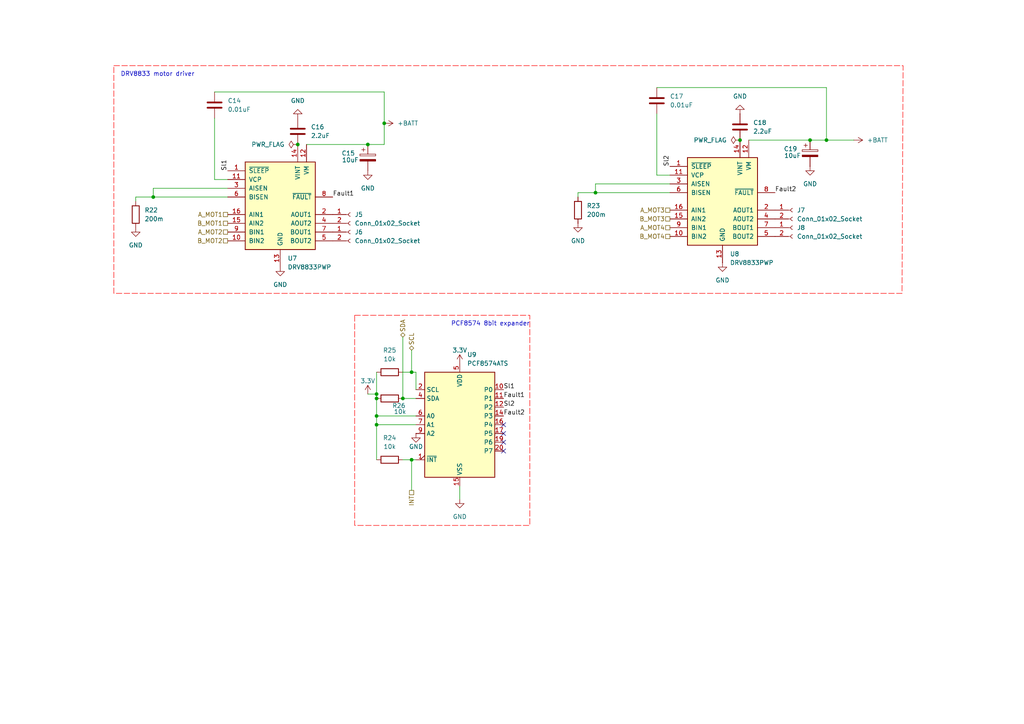
<source format=kicad_sch>
(kicad_sch (version 20250114) (generator "eeschema") (generator_version "9.0")
  (paper "A4")
  (title_block (title "Motor driver") (date "2025-06-16") (rev "1"))
  (lib_symbols
    (symbol "Connector:Conn_01x02_Socket" (pin_names (offset 1.016) (hide yes))
      (property "Reference" "J" (at 0 2.54 0))
      (property "Value" "Conn_01x02_Socket" (at 0 -5.08 0))
      (symbol "Conn_01x02_Socket_1_1"
        (polyline (pts (xy -1.27 0) (xy -0.508 0)) (stroke (width 0.1524)))
        (polyline (pts (xy -1.27 -2.54) (xy -0.508 -2.54)) (stroke (width 0.1524)))
        (arc (start 0 -0.508) (mid -0.5058 0) (end 0 0.508) (stroke (width 0.1524)))
        (arc (start 0 -3.048) (mid -0.5058 -2.54) (end 0 -2.032) (stroke (width 0.1524)))
        (pin passive line (at -5.08 0 0) (length 3.81) (name "Pin_1") (number "1"))
        (pin passive line (at -5.08 -2.54 0) (length 3.81) (name "Pin_2") (number "2"))
      )
    )
    (symbol "Device:C" (pin_numbers (hide yes)) (pin_names (offset 0.254))
      (property "Reference" "C" (at 0.635 2.54 0))
      (property "Value" "C" (at 0.635 -2.54 0))
      (symbol "C_0_1"
        (polyline (pts (xy -2.032 0.762) (xy 2.032 0.762)) (stroke (width 0.508)))
        (polyline (pts (xy -2.032 -0.762) (xy 2.032 -0.762)) (stroke (width 0.508)))
      )
      (symbol "C_1_1"
        (pin passive line (at 0 3.81 270) (length 2.794) (name "~") (number "1"))
        (pin passive line (at 0 -3.81 90) (length 2.794) (name "~") (number "2"))
      )
    )
    (symbol "Device:C_Polarized" (pin_numbers (hide yes)) (pin_names (offset 0.254))
      (property "Reference" "C" (at 0.635 2.54 0))
      (property "Value" "C_Polarized" (at 0.635 -2.54 0))
      (symbol "C_Polarized_0_1"
        (rectangle (start -2.286 0.508) (end 2.286 1.016))
        (polyline (pts (xy -1.778 2.286) (xy -0.762 2.286)))
        (polyline (pts (xy -1.27 2.794) (xy -1.27 1.778)))
        (rectangle (start 2.286 -0.508) (end -2.286 -1.016) (fill (type outline)))
      )
      (symbol "C_Polarized_1_1"
        (pin passive line (at 0 3.81 270) (length 2.794) (name "~") (number "1"))
        (pin passive line (at 0 -3.81 90) (length 2.794) (name "~") (number "2"))
      )
    )
    (symbol "Device:R" (pin_numbers (hide yes)) (pin_names (offset 0))
      (property "Reference" "R" (at 2.032 0 90))
      (property "Value" "R" (at 0 0 90))
      (symbol "R_0_1"
        (rectangle (start -1.016 -2.54) (end 1.016 2.54) (stroke (width 0.254)))
      )
      (symbol "R_1_1"
        (pin passive line (at 0 3.81 270) (length 1.27) (name "~") (number "1"))
        (pin passive line (at 0 -3.81 90) (length 1.27) (name "~") (number "2"))
      )
    )
    (symbol "Driver_Motor:DRV8833PWP" (pin_names (offset 1.016))
      (property "Reference" "U" (at -3.81 16.51 0))
      (property "Value" "DRV8833PWP" (at -3.81 13.97 0))
      (symbol "DRV8833PWP_0_1"
        (rectangle (start -10.16 12.7) (end 10.16 -12.7) (stroke (width 0.254)) (fill (type background)))
      )
      (symbol "DRV8833PWP_1_1"
        (pin input line (at -15.24 10.16 0) (length 5.08) (name "~{SLEEP}") (number "1"))
        (pin bidirectional line (at -15.24 7.62 0) (length 5.08) (name "VCP") (number "11"))
        (pin bidirectional line (at -15.24 5.08 0) (length 5.08) (name "AISEN") (number "3"))
        (pin bidirectional line (at -15.24 2.54 0) (length 5.08) (name "BISEN") (number "6"))
        (pin input line (at -15.24 -2.54 0) (length 5.08) (name "AIN1") (number "16"))
        (pin input line (at -15.24 -5.08 0) (length 5.08) (name "AIN2") (number "15"))
        (pin input line (at -15.24 -7.62 0) (length 5.08) (name "BIN1") (number "9"))
        (pin input line (at -15.24 -10.16 0) (length 5.08) (name "BIN2") (number "10"))
        (pin power_in line (at 0 -17.78 90) (length 5.08) (name "GND") (number "13"))
        (pin passive line (at 0 -17.78 90) (length 5.08) (hide yes) (name "GND") (number "17"))
        (pin power_in line (at 5.08 17.78 270) (length 5.08) (name "VINT") (number "14"))
        (pin power_in line (at 7.62 17.78 270) (length 5.08) (name "VM") (number "12"))
        (pin open_collector line (at 15.24 2.54 180) (length 5.08) (name "~{FAULT}") (number "8"))
        (pin power_out line (at 15.24 -2.54 180) (length 5.08) (name "AOUT1") (number "2"))
        (pin power_out line (at 15.24 -5.08 180) (length 5.08) (name "AOUT2") (number "4"))
        (pin power_out line (at 15.24 -7.62 180) (length 5.08) (name "BOUT1") (number "7"))
        (pin power_out line (at 15.24 -10.16 180) (length 5.08) (name "BOUT2") (number "5"))
      )
    )
    (symbol "Interface_Expansion:PCF8574ATS"
      (property "Reference" "U" (at -8.89 16.51 0))
      (property "Value" "PCF8574ATS" (at 3.81 16.51 0))
      (symbol "PCF8574ATS_0_1"
        (rectangle (start -10.16 15.24) (end 10.16 -15.24) (stroke (width 0.254)) (fill (type background)))
      )
      (symbol "PCF8574ATS_1_1"
        (pin input line (at -12.7 10.16 0) (length 2.54) (name "SCL") (number "2"))
        (pin bidirectional line (at -12.7 7.62 0) (length 2.54) (name "SDA") (number "4"))
        (pin input line (at -12.7 2.54 0) (length 2.54) (name "A0") (number "6"))
        (pin input line (at -12.7 0 0) (length 2.54) (name "A1") (number "7"))
        (pin input line (at -12.7 -2.54 0) (length 2.54) (name "A2") (number "9"))
        (pin open_collector output_low (at -12.7 -10.16 0) (length 2.54) (name "~{INT}") (number "1"))
        (pin no_connect line (at -10.16 -5.08 0) (length 2.54) (hide yes) (name "NC") (number "13"))
        (pin no_connect line (at -10.16 -7.62 0) (length 2.54) (hide yes) (name "NC") (number "18"))
        (pin power_in line (at 0 17.78 270) (length 2.54) (name "VDD") (number "5"))
        (pin power_in line (at 0 -17.78 90) (length 2.54) (name "VSS") (number "15"))
        (pin no_connect line (at 10.16 -10.16 180) (length 2.54) (hide yes) (name "NC") (number "3"))
        (pin no_connect line (at 10.16 -12.7 180) (length 2.54) (hide yes) (name "NC") (number "8"))
        (pin bidirectional line (at 12.7 10.16 180) (length 2.54) (name "P0") (number "10"))
        (pin bidirectional line (at 12.7 7.62 180) (length 2.54) (name "P1") (number "11"))
        (pin bidirectional line (at 12.7 5.08 180) (length 2.54) (name "P2") (number "12"))
        (pin bidirectional line (at 12.7 2.54 180) (length 2.54) (name "P3") (number "14"))
        (pin bidirectional line (at 12.7 0 180) (length 2.54) (name "P4") (number "16"))
        (pin bidirectional line (at 12.7 -2.54 180) (length 2.54) (name "P5") (number "17"))
        (pin bidirectional line (at 12.7 -5.08 180) (length 2.54) (name "P6") (number "19"))
        (pin bidirectional line (at 12.7 -7.62 180) (length 2.54) (name "P7") (number "20"))
      )
    )
    (symbol "SparkFun-PowerSymbol:3.3V" (power) (pin_names (offset 0))
      (property "Value" "3.3V" (at 0 3.81 0))
      (symbol "3.3V_0_1"
        (polyline (pts (xy -0.762 1.27) (xy 0 2.54)))
        (polyline (pts (xy 0 2.54) (xy 0.762 1.27)))
        (polyline (pts (xy 0 0) (xy 0 2.54)))
      )
      (symbol "3.3V_1_1"
        (pin power_in line (at 0 0 90) (length 0) (hide yes) (name "3.3V") (number "1"))
      )
    )
    (symbol "power:+BATT" (power) (pin_numbers (hide yes)) (pin_names (offset 0) (hide yes))
      (property "Value" "+BATT" (at 0 3.556 0))
      (symbol "+BATT_0_1"
        (polyline (pts (xy -0.762 1.27) (xy 0 2.54)))
        (polyline (pts (xy 0 2.54) (xy 0.762 1.27)))
        (polyline (pts (xy 0 0) (xy 0 2.54)))
      )
      (symbol "+BATT_1_1"
        (pin power_in line (at 0 0 90) (length 0) (name "~") (number "1"))
      )
    )
    (symbol "power:GND" (power) (pin_numbers (hide yes)) (pin_names (offset 0) (hide yes))
      (property "Value" "GND" (at 0 -3.81 0))
      (symbol "GND_0_1"
        (polyline (pts (xy 0 0) (xy 0 -1.27) (xy 1.27 -1.27) (xy 0 -2.54) (xy -1.27 -1.27) (xy 0 -1.27)))
      )
      (symbol "GND_1_1"
        (pin power_in line (at 0 0 270) (length 0) (name "~") (number "1"))
      )
    )
    (symbol "power:PWR_FLAG" (power) (pin_numbers (hide yes)) (pin_names (offset 0) (hide yes))
      (property "Value" "PWR_FLAG" (at 0 3.81 0))
      (symbol "PWR_FLAG_0_0"
        (pin power_out line (at 0 0 90) (length 0) (name "~") (number "1"))
      )
      (symbol "PWR_FLAG_0_1"
        (polyline (pts (xy 0 0) (xy 0 1.27) (xy -1.016 1.905) (xy 0 2.54) (xy 1.016 1.905) (xy 0 1.27)))
      )
    )
  )
  (text "PCF8574 8bit expander" (at 142.24 93.98 0) (effects (font (size 1.27 1.27))))
  (text "DRV8833 motor driver\n" (at 45.72 21.59 0) (effects (font (size 1.27 1.27))))
  (junction (at 109.22 115.57))
  (junction (at 106.68 41.91))
  (junction (at 119.38 133.35))
  (junction (at 109.22 114.3))
  (junction (at 214.63 40.64))
  (junction (at 239.7125 40.64))
  (junction (at 109.22 123.19))
  (junction (at 172.72 55.88))
  (junction (at 119.38 107.95))
  (junction (at 234.95 40.64))
  (junction (at 109.22 120.65))
  (junction (at 116.84 115.57))
  (junction (at 44.45 57.15))
  (junction (at 86.36 41.91))
  (junction (at 111.4425 35.7576))
  (no_connect (at 146.05 128.27))
  (no_connect (at 146.05 123.19))
  (no_connect (at 146.05 130.81))
  (no_connect (at 146.05 125.73))
  (wire (pts (xy 109.22 123.19) (xy 109.22 133.35)))
  (wire (pts (xy 109.22 120.65) (xy 120.65 120.65)))
  (wire (pts (xy 194.31 53.34) (xy 172.72 53.34)))
  (wire (pts (xy 109.22 115.57) (xy 109.22 120.65)))
  (wire (pts (xy 190.5 33.02) (xy 190.5 50.8)))
  (wire (pts (xy 66.04 54.61) (xy 44.45 54.61)))
  (wire (pts (xy 119.38 133.35) (xy 120.65 133.35)))
  (wire (pts (xy 111.4425 26.67) (xy 62.23 26.67)))
  (wire (pts (xy 133.35 144.78) (xy 133.35 140.97)))
  (wire (pts (xy 109.22 123.19) (xy 120.65 123.19)))
  (wire (pts (xy 39.37 57.15) (xy 44.45 57.15)))
  (wire (pts (xy 239.7125 25.4) (xy 190.5 25.4)))
  (wire (pts (xy 111.4425 35.7576) (xy 111.4425 41.91)))
  (wire (pts (xy 66.04 52.07) (xy 62.23 52.07)))
  (wire (pts (xy 106.68 41.91) (xy 111.4425 41.91)))
  (wire (pts (xy 167.64 55.88) (xy 167.64 57.15)))
  (wire (pts (xy 88.9 41.91) (xy 106.68 41.91)))
  (wire (pts (xy 239.7125 25.4) (xy 239.7125 40.64)))
  (wire (pts (xy 39.37 57.15) (xy 39.37 58.42)))
  (wire (pts (xy 119.38 142.24) (xy 119.38 133.35)))
  (wire (pts (xy 116.84 133.35) (xy 119.38 133.35)))
  (wire (pts (xy 172.72 55.88) (xy 194.31 55.88)))
  (wire (pts (xy 119.38 107.95) (xy 116.84 107.95)))
  (wire (pts (xy 44.45 54.61) (xy 44.45 57.15)))
  (wire (pts (xy 217.17 40.64) (xy 234.95 40.64)))
  (wire (pts (xy 106.68 114.3) (xy 109.22 114.3)))
  (wire (pts (xy 116.84 115.57) (xy 120.65 115.57)))
  (wire (pts (xy 120.65 107.95) (xy 119.38 107.95)))
  (wire (pts (xy 116.84 97.79) (xy 116.84 115.57)))
  (wire (pts (xy 109.22 120.65) (xy 109.22 123.19)))
  (wire (pts (xy 109.22 114.3) (xy 109.22 115.57)))
  (wire (pts (xy 239.7125 40.64) (xy 234.95 40.64)))
  (wire (pts (xy 167.64 55.88) (xy 172.72 55.88)))
  (wire (pts (xy 247.65 40.64) (xy 239.7125 40.64)))
  (wire (pts (xy 194.31 50.8) (xy 190.5 50.8)))
  (wire (pts (xy 111.4425 26.67) (xy 111.4425 35.7576)))
  (wire (pts (xy 109.22 107.95) (xy 109.22 114.3)))
  (wire (pts (xy 172.72 53.34) (xy 172.72 55.88)))
  (wire (pts (xy 119.38 101.6) (xy 119.38 107.95)))
  (wire (pts (xy 120.65 107.95) (xy 120.65 113.03)))
  (wire (pts (xy 62.23 34.29) (xy 62.23 52.07)))
  (wire (pts (xy 44.45 57.15) (xy 66.04 57.15)))
  (label "Sl1" (at 146.05 113.03 0))
  (label "Fault1" (at 146.05 115.57 0))
  (label "Fault2" (at 224.79 55.88 0))
  (label "Sl2" (at 146.05 118.11 0))
  (label "Fault1" (at 96.52 57.15 0))
  (label "Fault2" (at 146.05 120.65 0))
  (label "Sl1" (at 66.04 49.53 90))
  (label "Sl2" (at 194.31 48.26 90))
  (hierarchical_label "INT" (shape passive) (at 119.38 142.24 270))
  (hierarchical_label "A_MOT1" (shape passive) (at 66.04 62.23 180))
  (hierarchical_label "SDA" (shape bidirectional) (at 116.84 97.79 90))
  (hierarchical_label "SCL" (shape bidirectional) (at 119.38 101.6 90))
  (hierarchical_label "A_MOT2" (shape passive) (at 66.04 67.31 180))
  (hierarchical_label "B_MOT2" (shape passive) (at 66.04 69.85 180))
  (hierarchical_label "A_MOT3" (shape passive) (at 194.31 60.96 180))
  (hierarchical_label "B_MOT1" (shape passive) (at 66.04 64.77 180))
  (hierarchical_label "A_MOT4" (shape passive) (at 194.31 66.04 180))
  (hierarchical_label "B_MOT4" (shape passive) (at 194.31 68.58 180))
  (hierarchical_label "B_MOT3" (shape passive) (at 194.31 63.5 180))
  (rule_area (polyline (pts (xy 33.02 19.05) (xy 260.35 19.05) (xy 261.9375 19.05) (xy 261.62 85.09) (xy 33.02 85.09)) (stroke (width 0) (type dash))))
  (rule_area (polyline (pts (xy 102.87 91.44) (xy 153.67 91.44) (xy 153.67 152.4) (xy 152.4 152.4) (xy 102.87 152.4)) (stroke (width 0) (type dash))))
  (symbol (lib_id "power:GND") (at 167.64 64.77 0) (unit 1)
    (property "Reference" "#PWR049" (effects (hide yes)))
    (property "Value" "GND" (at 167.64 69.85 0))
    (property "Description" "Power symbol creates a global label with name \"GND\" , ground" (effects (hide yes)))
  )
  (symbol (lib_id "Connector:Conn_01x02_Socket") (at 101.6 62.23 0) (unit 1)
    (property "Reference" "J5" (at 102.87 62.2299 0) (effects (justify left)))
    (property "Value" "Conn_01x02_Socket" (at 102.87 64.7699 0) (effects (justify left)))
    (property "Footprint" "Connector_PinHeader_2.00mm:PinHeader_1x02_P2.00mm_Vertical" (effects (hide yes)))
    (property "Description" "Generic connector, single row, 01x02, script generated" (effects (hide yes)))
  )
  (symbol (lib_id "power:GND") (at 106.68 49.53 0) (unit 1)
    (property "Reference" "#PWR047" (effects (hide yes)))
    (property "Value" "GND" (at 106.68 54.61 0))
    (property "Description" "Power symbol creates a global label with name \"GND\" , ground" (effects (hide yes)))
  )
  (symbol (lib_id "Driver_Motor:DRV8833PWP") (at 209.55 58.42 0) (unit 1)
    (property "Reference" "U8" (at 211.6933 73.66 0) (effects (justify left)))
    (property "Value" "DRV8833PWP" (at 211.6933 76.2 0) (effects (justify left)))
    (property "Footprint" "Package_SO:HTSSOP-16-1EP_4.4x5mm_P0.65mm_EP3.4x5mm_Mask2.46x2.31mm_ThermalVias" (effects (hide yes)))
    (property "Datasheet" "http://www.ti.com/lit/ds/symlink/drv8833.pdf" (effects (hide yes)))
    (property "Description" "Dual H-Bridge Motor Driver, HTSSOP-16" (effects (hide yes)))
  )
  (symbol (lib_id "Device:C_Polarized") (at 106.68 45.72 0) (unit 1)
    (property "Reference" "C15" (at 99.06 44.45 0) (effects (justify left)))
    (property "Value" "10uF" (at 99.1554 46.4065 0) (effects (justify left)))
    (property "Footprint" "Capacitor_SMD:C_0805_2012Metric" (effects (hide yes)))
    (property "Description" "Polarized capacitor" (effects (hide yes)))
  )
  (symbol (lib_id "Connector:Conn_01x02_Socket") (at 229.87 66.04 0) (unit 1)
    (property "Reference" "J8" (at 231.14 66.0399 0) (effects (justify left)))
    (property "Value" "Conn_01x02_Socket" (at 231.14 68.5799 0) (effects (justify left)))
    (property "Footprint" "Connector_PinHeader_2.00mm:PinHeader_1x02_P2.00mm_Vertical" (effects (hide yes)))
    (property "Description" "Generic connector, single row, 01x02, script generated" (effects (hide yes)))
  )
  (symbol (lib_id "Device:R") (at 167.64 60.96 0) (unit 1)
    (property "Reference" "R23" (at 170.18 59.6899 0) (effects (justify left)))
    (property "Value" "200m" (at 170.18 62.2299 0) (effects (justify left)))
    (property "Footprint" "Resistor_SMD:R_0805_2012Metric_Pad1.20x1.40mm_HandSolder" (effects (hide yes)))
    (property "Description" "Resistor" (effects (hide yes)))
  )
  (symbol (lib_id "power:GND") (at 120.65 125.73 0) (unit 1)
    (property "Reference" "#PWR055" (effects (hide yes)))
    (property "Value" "GND" (at 120.65 129.54 0))
    (property "Description" "Power symbol creates a global label with name \"GND\" , ground" (effects (hide yes)))
  )
  (symbol (lib_id "Device:C") (at 62.23 30.48 0) (unit 1)
    (property "Reference" "C14" (at 66.04 29.2099 0) (effects (justify left)))
    (property "Value" "0.01uF" (at 66.04 31.7499 0) (effects (justify left)))
    (property "Footprint" "Capacitor_SMD:C_0805_2012Metric" (effects (hide yes)))
    (property "Description" "Unpolarized capacitor" (effects (hide yes)))
  )
  (symbol (lib_id "power:+BATT") (at 247.65 40.64 270) (unit 1)
    (property "Reference" "#PWR038" (effects (hide yes)))
    (property "Value" "+BATT" (at 251.46 40.6399 90) (effects (justify left)))
    (property "Description" "Power symbol creates a global label with name \"+BATT\"" (effects (hide yes)))
  )
  (symbol (lib_id "power:GND") (at 234.95 48.26 0) (unit 1)
    (property "Reference" "#PWR051" (effects (hide yes)))
    (property "Value" "GND" (at 234.95 53.34 0))
    (property "Description" "Power symbol creates a global label with name \"GND\" , ground" (effects (hide yes)))
  )
  (symbol (lib_id "power:PWR_FLAG") (at 214.63 40.64 90) (unit 1)
    (property "Reference" "#FLG07" (effects (hide yes)))
    (property "Value" "PWR_FLAG" (at 210.82 40.6399 90) (effects (justify left)))
    (property "Description" "Special symbol for telling ERC where power comes from" (effects (hide yes)))
  )
  (symbol (lib_id "power:+BATT") (at 111.4425 35.7576 270) (unit 1)
    (property "Reference" "#PWR033" (effects (hide yes)))
    (property "Value" "+BATT" (at 115.2525 35.7575 90) (effects (justify left)))
    (property "Description" "Power symbol creates a global label with name \"+BATT\"" (effects (hide yes)))
  )
  (symbol (lib_id "Device:R") (at 39.37 62.23 0) (unit 1)
    (property "Reference" "R22" (at 41.91 60.9599 0) (effects (justify left)))
    (property "Value" "200m" (at 41.91 63.4999 0) (effects (justify left)))
    (property "Footprint" "Resistor_SMD:R_0805_2012Metric_Pad1.20x1.40mm_HandSolder" (effects (hide yes)))
    (property "Description" "Resistor" (effects (hide yes)))
  )
  (symbol (lib_id "Device:R") (at 113.03 133.35 90) (unit 1)
    (property "Reference" "R24" (at 113.03 127 90))
    (property "Value" "10k" (at 113.03 129.54 90))
    (property "Footprint" "Resistor_SMD:R_0805_2012Metric_Pad1.20x1.40mm_HandSolder" (effects (hide yes)))
    (property "Description" "Resistor" (effects (hide yes)))
  )
  (symbol (lib_id "power:GND") (at 81.28 77.47 0) (unit 1)
    (property "Reference" "#PWR052" (effects (hide yes)))
    (property "Value" "GND" (at 81.28 82.55 0))
    (property "Description" "Power symbol creates a global label with name \"GND\" , ground" (effects (hide yes)))
  )
  (symbol (lib_id "Device:R") (at 113.03 115.57 270) (unit 1)
    (property "Reference" "R26" (at 115.7075 117.6678 90))
    (property "Value" "10k" (at 116.0356 119.4017 90))
    (property "Footprint" "Resistor_SMD:R_0805_2012Metric_Pad1.20x1.40mm_HandSolder" (effects (hide yes)))
    (property "Description" "Resistor" (effects (hide yes)))
  )
  (symbol (lib_id "power:PWR_FLAG") (at 86.36 41.91 90) (unit 1)
    (property "Reference" "#FLG04" (effects (hide yes)))
    (property "Value" "PWR_FLAG" (at 82.55 41.9099 90) (effects (justify left)))
    (property "Description" "Special symbol for telling ERC where power comes from" (effects (hide yes)))
  )
  (symbol (lib_id "Device:C") (at 190.5 29.21 0) (unit 1)
    (property "Reference" "C17" (at 194.31 27.9399 0) (effects (justify left)))
    (property "Value" "0.01uF" (at 194.31 30.4799 0) (effects (justify left)))
    (property "Footprint" "Capacitor_SMD:C_0805_2012Metric" (effects (hide yes)))
    (property "Description" "Unpolarized capacitor" (effects (hide yes)))
  )
  (symbol (lib_id "power:GND") (at 86.36 34.29 180) (unit 1)
    (property "Reference" "#PWR046" (effects (hide yes)))
    (property "Value" "GND" (at 86.36 29.21 0))
    (property "Description" "Power symbol creates a global label with name \"GND\" , ground" (effects (hide yes)))
  )
  (symbol (lib_id "power:GND") (at 39.37 66.04 0) (unit 1)
    (property "Reference" "#PWR048" (effects (hide yes)))
    (property "Value" "GND" (at 39.37 71.12 0))
    (property "Description" "Power symbol creates a global label with name \"GND\" , ground" (effects (hide yes)))
  )
  (symbol (lib_id "power:GND") (at 214.63 33.02 180) (unit 1)
    (property "Reference" "#PWR050" (effects (hide yes)))
    (property "Value" "GND" (at 214.63 27.94 0))
    (property "Description" "Power symbol creates a global label with name \"GND\" , ground" (effects (hide yes)))
  )
  (symbol (lib_id "power:GND") (at 209.55 76.2 0) (unit 1)
    (property "Reference" "#PWR053" (effects (hide yes)))
    (property "Value" "GND" (at 209.55 81.28 0))
    (property "Description" "Power symbol creates a global label with name \"GND\" , ground" (effects (hide yes)))
  )
  (symbol (lib_id "SparkFun-PowerSymbol:3.3V") (at 133.35 105.41 0) (unit 1)
    (property "Reference" "#PWR060" (effects (hide yes)))
    (property "Value" "3.3V" (at 133.35 101.6 0))
    (property "Description" "Power symbol creates a global label with name \"3.3V\"" (effects (hide yes)))
  )
  (symbol (lib_id "Connector:Conn_01x02_Socket") (at 101.6 67.31 0) (unit 1)
    (property "Reference" "J6" (at 102.87 67.3099 0) (effects (justify left)))
    (property "Value" "Conn_01x02_Socket" (at 102.87 69.8499 0) (effects (justify left)))
    (property "Footprint" "Connector_PinHeader_2.00mm:PinHeader_1x02_P2.00mm_Vertical" (effects (hide yes)))
    (property "Description" "Generic connector, single row, 01x02, script generated" (effects (hide yes)))
  )
  (symbol (lib_id "Device:C") (at 214.63 36.83 0) (unit 1)
    (property "Reference" "C18" (at 218.44 35.5599 0) (effects (justify left)))
    (property "Value" "2.2uF" (at 218.44 38.0999 0) (effects (justify left)))
    (property "Footprint" "Capacitor_SMD:C_0805_2012Metric" (effects (hide yes)))
    (property "Description" "Unpolarized capacitor" (effects (hide yes)))
  )
  (symbol (lib_id "Device:R") (at 113.03 107.95 270) (unit 1)
    (property "Reference" "R25" (at 113.03 101.6 90))
    (property "Value" "10k" (at 113.03 104.14 90))
    (property "Footprint" "Resistor_SMD:R_0805_2012Metric_Pad1.20x1.40mm_HandSolder" (effects (hide yes)))
    (property "Description" "Resistor" (effects (hide yes)))
  )
  (symbol (lib_id "Interface_Expansion:PCF8574ATS") (at 133.35 123.19 0) (unit 1)
    (property "Reference" "U9" (at 135.4933 102.87 0) (effects (justify left)))
    (property "Value" "PCF8574ATS" (at 135.4933 105.41 0) (effects (justify left)))
    (property "Footprint" "Package_SO:SSOP-20_4.4x6.5mm_P0.65mm" (effects (hide yes)))
    (property "Datasheet" "http://www.nxp.com/docs/en/data-sheet/PCF8574_PCF8574A.pdf" (effects (hide yes)))
    (property "Description" "8 Bit Port/Expander to I2C Bus, SSOP-20" (effects (hide yes)))
  )
  (symbol (lib_id "Device:C") (at 86.36 38.1 0) (unit 1)
    (property "Reference" "C16" (at 90.17 36.8299 0) (effects (justify left)))
    (property "Value" "2.2uF" (at 90.17 39.3699 0) (effects (justify left)))
    (property "Footprint" "Capacitor_SMD:C_0805_2012Metric" (effects (hide yes)))
    (property "Description" "Unpolarized capacitor" (effects (hide yes)))
  )
  (symbol (lib_id "Device:C_Polarized") (at 234.95 44.45 0) (unit 1)
    (property "Reference" "C19" (at 227.33 43.18 0) (effects (justify left)))
    (property "Value" "10uF" (at 227.4254 45.1365 0) (effects (justify left)))
    (property "Footprint" "Capacitor_SMD:C_0805_2012Metric" (effects (hide yes)))
    (property "Description" "Polarized capacitor" (effects (hide yes)))
  )
  (symbol (lib_id "SparkFun-PowerSymbol:3.3V") (at 106.68 114.3 0) (unit 1)
    (property "Reference" "#PWR061" (effects (hide yes)))
    (property "Value" "3.3V" (at 106.68 110.49 0))
    (property "Description" "Power symbol creates a global label with name \"3.3V\"" (effects (hide yes)))
  )
  (symbol (lib_id "Connector:Conn_01x02_Socket") (at 229.87 60.96 0) (unit 1)
    (property "Reference" "J7" (at 231.14 60.9599 0) (effects (justify left)))
    (property "Value" "Conn_01x02_Socket" (at 231.14 63.4999 0) (effects (justify left)))
    (property "Footprint" "Connector_PinHeader_2.00mm:PinHeader_1x02_P2.00mm_Vertical" (effects (hide yes)))
    (property "Description" "Generic connector, single row, 01x02, script generated" (effects (hide yes)))
  )
  (symbol (lib_id "Driver_Motor:DRV8833PWP") (at 81.28 59.69 0) (unit 1)
    (property "Reference" "U7" (at 83.4233 74.93 0) (effects (justify left)))
    (property "Value" "DRV8833PWP" (at 83.4233 77.47 0) (effects (justify left)))
    (property "Footprint" "Package_SO:HTSSOP-16-1EP_4.4x5mm_P0.65mm_EP3.4x5mm_Mask2.46x2.31mm_ThermalVias" (effects (hide yes)))
    (property "Datasheet" "http://www.ti.com/lit/ds/symlink/drv8833.pdf" (effects (hide yes)))
    (property "Description" "Dual H-Bridge Motor Driver, HTSSOP-16" (effects (hide yes)))
  )
  (symbol (lib_id "power:GND") (at 133.35 144.78 0) (unit 1)
    (property "Reference" "#PWR054" (effects (hide yes)))
    (property "Value" "GND" (at 133.35 149.86 0))
    (property "Description" "Power symbol creates a global label with name \"GND\" , ground" (effects (hide yes)))
  )
)
</source>
